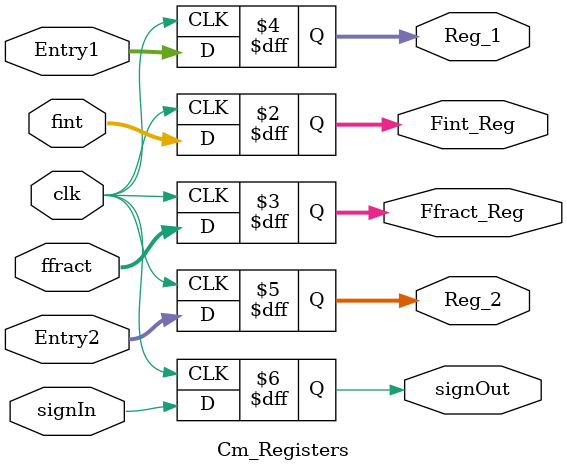
<source format=v>
`timescale 1ns / 1ps


module Cm_Registers #(parameter Word_length = 32, fractional_bits = 15) (
    input wire clk,
    input wire signIn,
    input wire [Word_length-1:0] fint,
    input wire [Word_length-1:0] ffract,
    input wire [Word_length-1:0] Entry1,
    input wire [Word_length-1:0] Entry2,
    //input [Word_length-1:0] Entry3,
    //input [Word_length-1:0] Entry4,
    output reg [Word_length-1:0] Fint_Reg,
    output reg [Word_length-1:0] Ffract_Reg,
    output reg [Word_length-1:0] Reg_1,
    output reg [Word_length-1:0] Reg_2,
    output reg signOut
    //output reg [Word_length-1:0] Reg_3,
    //output reg [Word_length-1:0] Reg_4
    );
    
    always @(posedge clk)
    begin
        Fint_Reg <= fint;
        Ffract_Reg <= ffract;
        Reg_1 <= Entry1;
        Reg_2 <= Entry2;
        signOut <= signIn;
        //Reg_3 <= Entry3;
        //Reg_4 <= Entry4;
    end
    
    
    
endmodule

</source>
